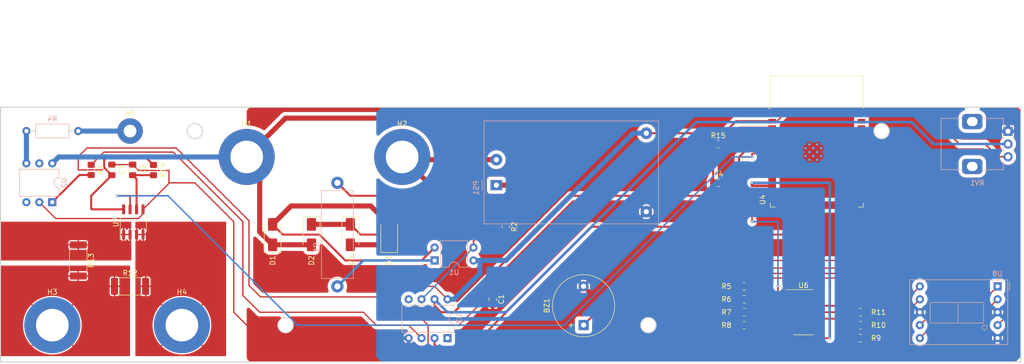
<source format=kicad_pcb>
(kicad_pcb (version 20240108) (generator "pcbnew") (generator_version "8.0")
  (layers (0 "F.Cu" signal) (31 "B.Cu" signal) (34 "B.Paste" user) (35 "F.Paste" user) (36 "B.SilkS" user "B.Silkscreen") (37 "F.SilkS" user "F.Silkscreen") (38 "B.Mask" user) (39 "F.Mask" user) (44 "Edge.Cuts" user))
  (net 0 "")
  (net 1 "/BUZZER")
  (net 2 "GND")
  (net 3 "Net-(U7-FILTER)")
  (net 4 "Net-(D1-A)")
  (net 5 "Net-(D2-K)")
  (net 6 "/VAC_ADJUSTED")
  (net 7 "/CTRL")
  (net 8 "Net-(H4-Pad1)")
  (net 9 "Net-(R1-Pad2)")
  (net 10 "Net-(U3-PB1)")
  (net 11 "Net-(U3-XTAL2{slash}PB4)")
  (net 12 "Net-(R3-Pad2)")
  (net 13 "Net-(R4-Pad2)")
  (net 14 "Net-(U6-Q0)")
  (net 15 "Net-(U8-A)")
  (net 16 "Net-(U6-Q1)")
  (net 17 "Net-(U8-B)")
  (net 18 "Net-(U6-Q2)")
  (net 19 "Net-(U8-C)")
  (net 20 "Net-(U6-Q3)")
  (net 21 "Net-(U8-D)")
  (net 22 "Net-(U6-Q4)")
  (net 23 "Net-(U8-E)")
  (net 24 "Net-(U6-Q5)")
  (net 25 "Net-(U8-F)")
  (net 26 "Net-(U6-Q6)")
  (net 27 "Net-(U8-G)")
  (net 28 "Net-(R13-Pad2)")
  (net 29 "Net-(U4-EN)")
  (net 30 "/USER_INPUT")
  (net 34 "/INTERRUPT")
  (net 38 "/CSENSOR")
  (net 39 "/DISP_CLK")
  (net 40 "/DISP_D")
  (net 43 "+3V3")
  (net 44 "LINE")
  (net 45 "NEUT")
  (footprint "Resistor_SMD:R_0805_2012Metric_Pad1.20x1.40mm_HandSolder" (layer "F.Cu") (at 199.12 88.9 180)
    (property "Reference" "R7" (at 3.475 0 0) (layer "F.SilkS"))
    (property "Value" "220R" (hide yes))
    (pad "1" smd roundrect (at -1 0 180) (size 1.2 1.4) (layers "F.Cu" "F.Paste" "F.Mask") (roundrect_rratio 0.2083333333) (net 18 "Net-(U6-Q2)"))
    (pad "2" smd roundrect (at 1 0 180) (size 1.2 1.4) (layers "F.Cu" "F.Paste" "F.Mask") (roundrect_rratio 0.2083333333) (net 19 "Net-(U8-C)"))
  )
  (footprint "Capacitor_SMD:C_0805_2012Metric_Pad1.18x1.45mm_HandSolder" (layer "F.Cu") (at 149.83 86.36 -90)
    (property "Reference" "C1" (at 0 -1.68 90) (layer "F.SilkS"))
    (property "Value" "100n" (hide yes))
    (pad "1" smd roundrect (at -1.0375 0 270) (size 1.175 1.45) (layers "F.Cu" "F.Paste" "F.Mask") (roundrect_rratio 0.2127659574) (net 43 "+3V3"))
    (pad "2" smd roundrect (at 1.0375 0 270) (size 1.175 1.45) (layers "F.Cu" "F.Paste" "F.Mask") (roundrect_rratio 0.2127659574) (net 2 "GND"))
  )
  (footprint "Resistor_SMD:R_2512_6332Metric_Pad1.40x3.35mm_HandSolder" (layer "F.Cu") (at 68.58 78.74 90)
    (property "Reference" "R13" (at 0 2.54 90) (layer "F.SilkS"))
    (property "Value" "2m" (hide yes))
    (pad "1" smd roundrect (at -3.05 0 90) (size 1.4 3.35) (layers "F.Cu" "F.Paste" "F.Mask") (roundrect_rratio 0.1785707143) (net 6 "/VAC_ADJUSTED"))
    (pad "2" smd roundrect (at 3.05 0 90) (size 1.4 3.35) (layers "F.Cu" "F.Paste" "F.Mask") (roundrect_rratio 0.1785707143) (net 28 "Net-(R13-Pad2)"))
  )
  (footprint "Resistor_SMD:R_0805_2012Metric_Pad1.20x1.40mm_HandSolder" (layer "F.Cu") (at 83.32 60.9975 -90)
    (property "Reference" "R14" (at 0 -1.85 90) (layer "F.SilkS"))
    (property "Value" "1k" (hide yes))
    (pad "1" smd roundrect (at -1 0 270) (size 1.2 1.4) (layers "F.Cu" "F.Paste" "F.Mask") (roundrect_rratio 0.2083333333) (net 43 "+3V3"))
    (pad "2" smd roundrect (at 1 0 270) (size 1.2 1.4) (layers "F.Cu" "F.Paste" "F.Mask") (roundrect_rratio 0.2083333333) (net 3 "Net-(U7-FILTER)"))
  )
  (footprint "Capacitor_SMD:C_0805_2012Metric_Pad1.18x1.45mm_HandSolder" (layer "F.Cu") (at 79.24 60.96 90)
    (property "Reference" "C2" (at 0 2.04 90) (layer "F.SilkS"))
    (property "Value" "100n" (hide yes))
    (pad "1" smd roundrect (at -1.0375 0 90) (size 1.175 1.45) (layers "F.Cu" "F.Paste" "F.Mask") (roundrect_rratio 0.2127659574) (net 3 "Net-(U7-FILTER)"))
    (pad "2" smd roundrect (at 1.0375 0 90) (size 1.175 1.45) (layers "F.Cu" "F.Paste" "F.Mask") (roundrect_rratio 0.2127659574) (net 2 "GND"))
  )
  (footprint "Capacitor_SMD:C_0805_2012Metric_Pad1.18x1.45mm_HandSolder" (layer "F.Cu") (at 194.0775 63.5)
    (property "Reference" "C4" (at 0 -1.68 0) (layer "F.SilkS"))
    (property "Value" "100n" (hide yes))
    (pad "1" smd roundrect (at -1.0375 0) (size 1.175 1.45) (layers "F.Cu" "F.Paste" "F.Mask") (roundrect_rratio 0.2127659574) (net 43 "+3V3"))
    (pad "2" smd roundrect (at 1.0375 0) (size 1.175 1.45) (layers "F.Cu" "F.Paste" "F.Mask") (roundrect_rratio 0.2127659574) (net 2 "GND"))
  )
  (footprint "MountingHole:MountingHole_6.4mm_M6_DIN965_Pad" (layer "F.Cu") (at 132.08 58.42)
    (property "Reference" "H2" (at 0 -6.5 0) (layer "F.SilkS"))
    (property "Value" "N_IN" (hide yes))
    (pad "1" thru_hole circle (at 0 0) (size 11 11) (drill 6.4) (layers "*.Cu" "*.Mask") (net 45 "NEUT"))
  )
  (footprint "Resistor_SMD:R_0805_2012Metric_Pad1.20x1.40mm_HandSolder" (layer "F.Cu") (at 199.12 83.82 180)
    (property "Reference" "R5" (at 3.475 0 0) (layer "F.SilkS"))
    (property "Value" "220R" (hide yes))
    (pad "1" smd roundrect (at -1 0 180) (size 1.2 1.4) (layers "F.Cu" "F.Paste" "F.Mask") (roundrect_rratio 0.2083333333) (net 14 "Net-(U6-Q0)"))
    (pad "2" smd roundrect (at 1 0 180) (size 1.2 1.4) (layers "F.Cu" "F.Paste" "F.Mask") (roundrect_rratio 0.2083333333) (net 15 "Net-(U8-A)"))
  )
  (footprint "Resistor_SMD:R_0805_2012Metric_Pad1.20x1.40mm_HandSolder" (layer "F.Cu") (at 221.915 93.98)
    (property "Reference" "R9" (at 3.06381 0 0) (layer "F.SilkS"))
    (property "Value" "220R" (hide yes))
    (pad "1" smd roundrect (at -1 0) (size 1.2 1.4) (layers "F.Cu" "F.Paste" "F.Mask") (roundrect_rratio 0.2083333333) (net 22 "Net-(U6-Q4)"))
    (pad "2" smd roundrect (at 1 0) (size 1.2 1.4) (layers "F.Cu" "F.Paste" "F.Mask") (roundrect_rratio 0.2083333333) (net 23 "Net-(U8-E)"))
  )
  (footprint "Diode_SMD:D_SMA" (layer "F.Cu") (at 129.54 73.66 90)
    (property "Reference" "D3" (at -5.08 0 90) (layer "F.SilkS"))
    (property "Value" "1N4007" (hide yes))
    (pad "1" smd roundrect (at -2 0 90) (size 2.5 1.8) (layers "F.Cu" "F.Paste" "F.Mask") (roundrect_rratio 0.1388888889) (net 45 "NEUT"))
    (pad "2" smd roundrect (at 2 0 90) (size 2.5 1.8) (layers "F.Cu" "F.Paste" "F.Mask") (roundrect_rratio 0.1388888889) (net 4 "Net-(D1-A)"))
  )
  (footprint "Package_SO:SOIC-14_3.9x8.7mm_P1.27mm" (layer "F.Cu") (at 210.755 88.9)
    (property "Reference" "U6" (at 0 -5.28 0) (layer "F.SilkS"))
    (property "Value" "74HC164" (hide yes))
    (pad "1" smd roundrect (at -2.475 -3.81) (size 1.95 0.6) (layers "F.Cu" "F.Paste" "F.Mask") (net 40 "/DISP_D"))
    (pad "2" smd roundrect (at -2.475 -2.54) (size 1.95 0.6) (layers "F.Cu" "F.Paste" "F.Mask") (net 40 "/DISP_D"))
    (pad "3" smd roundrect (at -2.475 -1.27) (size 1.95 0.6) (layers "F.Cu" "F.Paste" "F.Mask") (net 14 "Net-(U6-Q0)"))
    (pad "4" smd roundrect (at -2.475 0) (size 1.95 0.6) (layers "F.Cu" "F.Paste" "F.Mask") (net 16 "Net-(U6-Q1)"))
    (pad "5" smd roundrect (at -2.475 1.27) (size 1.95 0.6) (layers "F.Cu" "F.Paste" "F.Mask") (net 18 "Net-(U6-Q2)"))
    (pad "6" smd roundrect (at -2.475 2.54) (size 1.95 0.6) (layers "F.Cu" "F.Paste" "F.Mask") (net 20 "Net-(U6-Q3)"))
    (pad "7" smd roundrect (at -2.475 3.81) (size 1.95 0.6) (layers "F.Cu" "F.Paste" "F.Mask") (net 2 "GND"))
    (pad "8" smd roundrect (at 2.475 3.81) (size 1.95 0.6) (layers "F.Cu" "F.Paste" "F.Mask") (net 39 "/DISP_CLK"))
    (pad "9" smd roundrect (at 2.475 2.54) (size 1.95 0.6) (layers "F.Cu" "F.Paste" "F.Mask") (net 43 "+3V3"))
    (pad "10" smd roundrect (at 2.475 1.27) (size 1.95 0.6) (layers "F.Cu" "F.Paste" "F.Mask") (net 22 "Net-(U6-Q4)"))
    (pad "11" smd roundrect (at 2.475 0) (size 1.95 0.6) (layers "F.Cu" "F.Paste" "F.Mask") (net 24 "Net-(U6-Q5)"))
    (pad "12" smd roundrect (at 2.475 -1.27) (size 1.95 0.6) (layers "F.Cu" "F.Paste" "F.Mask") (net 26 "Net-(U6-Q6)"))
    (pad "13" smd roundrect (at 2.475 -2.54) (size 1.95 0.6) (layers "F.Cu" "F.Paste" "F.Mask"))
    (pad "14" smd roundrect (at 2.475 -3.81) (size 1.95 0.6) (layers "F.Cu" "F.Paste" "F.Mask") (net 43 "+3V3"))
  )
  (footprint "RF_Module:ESP32-WROOM-32" (layer "F.Cu") (at 213.36 58.375)
    (property "Reference" "U4" (at -10.61 8.43 90) (layer "F.SilkS"))
    (property "Value" "ESP32-WROOM-32" (hide yes))
    (pad "1" smd rect (at -8.75 -8.25) (size 1.5 0.9) (layers "F.Cu" "F.Paste" "F.Mask") (net 2 "GND"))
    (pad "2" smd rect (at -8.75 -6.98) (size 1.5 0.9) (layers "F.Cu" "F.Paste" "F.Mask") (net 43 "+3V3"))
    (pad "3" smd rect (at -8.75 -5.71) (size 1.5 0.9) (layers "F.Cu" "F.Paste" "F.Mask") (net 29 "Net-(U4-EN)"))
    (pad "4" smd rect (at -8.75 -4.44) (size 1.5 0.9) (layers "F.Cu" "F.Paste" "F.Mask"))
    (pad "5" smd rect (at -8.75 -3.17) (size 1.5 0.9) (layers "F.Cu" "F.Paste" "F.Mask"))
    (pad "6" smd rect (at -8.75 -1.9) (size 1.5 0.9) (layers "F.Cu" "F.Paste" "F.Mask") (net 30 "/USER_INPUT"))
    (pad "7" smd rect (at -8.75 -0.63) (size 1.5 0.9) (layers "F.Cu" "F.Paste" "F.Mask") (net 38 "/CSENSOR"))
    (pad "8" smd rect (at -8.75 0.64) (size 1.5 0.9) (layers "F.Cu" "F.Paste" "F.Mask"))
    (pad "9" smd rect (at -8.75 1.91) (size 1.5 0.9) (layers "F.Cu" "F.Paste" "F.Mask"))
    (pad "10" smd rect (at -8.75 3.18) (size 1.5 0.9) (layers "F.Cu" "F.Paste" "F.Mask"))
    (pad "11" smd rect (at -8.75 4.45) (size 1.5 0.9) (layers "F.Cu" "F.Paste" "F.Mask"))
    (pad "12" smd rect (at -8.75 5.72) (size 1.5 0.9) (layers "F.Cu" "F.Paste" "F.Mask") (net 39 "/DISP_CLK"))
    (pad "13" smd rect (at -8.75 6.99) (size 1.5 0.9) (layers "F.Cu" "F.Paste" "F.Mask") (net 34 "/INTERRUPT"))
    (pad "14" smd rect (at -8.75 8.26) (size 1.5 0.9) (layers "F.Cu" "F.Paste" "F.Mask") (net 40 "/DISP_D"))
    (pad "15" smd rect (at -5.71 9.51 90) (size 1.5 0.9) (layers "F.Cu" "F.Paste" "F.Mask") (net 2 "GND"))
    (pad "16" smd rect (at -4.44 9.51 90) (size 1.5 0.9) (layers "F.Cu" "F.Paste" "F.Mask") (net 1 "/BUZZER"))
    (pad "17" smd rect (at -3.17 9.51 90) (size 1.5 0.9) (layers "F.Cu" "F.Paste" "F.Mask"))
    (pad "18" smd rect (at -1.9 9.51 90) (size 1.5 0.9) (layers "F.Cu" "F.Paste" "F.Mask"))
    (pad "19" smd rect (at -0.63 9.51 90) (size 1.5 0.9) (layers "F.Cu" "F.Paste" "F.Mask"))
    (pad "20" smd rect (at 0.64 9.51 90) (size 1.5 0.9) (layers "F.Cu" "F.Paste" "F.Mask"))
    (pad "21" smd rect (at 1.91 9.51 90) (size 1.5 0.9) (layers "F.Cu" "F.Paste" "F.Mask"))
    (pad "22" smd rect (at 3.18 9.51 90) (size 1.5 0.9) (layers "F.Cu" "F.Paste" "F.Mask"))
    (pad "23" smd rect (at 4.45 9.51 90) (size 1.5 0.9) (layers "F.Cu" "F.Paste" "F.Mask"))
    (pad "24" smd rect (at 5.72 9.51 90) (size 1.5 0.9) (layers "F.Cu" "F.Paste" "F.Mask"))
    (pad "25" smd rect (at 8.75 8.26) (size 1.5 0.9) (layers "F.Cu" "F.Paste" "F.Mask"))
    (pad "26" smd rect (at 8.75 6.99) (size 1.5 0.9) (layers "F.Cu" "F.Paste" "F.Mask"))
    (pad "27" smd rect (at 8.75 5.72) (size 1.5 0.9) (layers "F.Cu" "F.Paste" "F.Mask"))
    (pad "28" smd rect (at 8.75 4.45) (size 1.5 0.9) (layers "F.Cu" "F.Paste" "F.Mask"))
    (pad "29" smd rect (at 8.75 3.18) (size 1.5 0.9) (layers "F.Cu" "F.Paste" "F.Mask"))
    (pad "30" smd rect (at 8.75 1.91) (size 1.5 0.9) (layers "F.Cu" "F.Paste" "F.Mask"))
    (pad "31" smd rect (at 8.75 0.64) (size 1.5 0.9) (layers "F.Cu" "F.Paste" "F.Mask"))
    (pad "32" smd rect (at 8.75 -0.63) (size 1.5 0.9) (layers "F.Cu" "F.Paste" "F.Mask"))
    (pad "33" smd rect (at 8.75 -1.9) (size 1.5 0.9) (layers "F.Cu" "F.Paste" "F.Mask"))
    (pad "34" smd rect (at 8.75 -3.17) (size 1.5 0.9) (layers "F.Cu" "F.Paste" "F.Mask"))
    (pad "35" smd rect (at 8.75 -4.44) (size 1.5 0.9) (layers "F.Cu" "F.Paste" "F.Mask"))
    (pad "36" smd rect (at 8.75 -5.71) (size 1.5 0.9) (layers "F.Cu" "F.Paste" "F.Mask"))
    (pad "37" smd rect (at 8.75 -6.98) (size 1.5 0.9) (layers "F.Cu" "F.Paste" "F.Mask"))
    (pad "38" smd rect (at 8.75 -8.25) (size 1.5 0.9) (layers "F.Cu" "F.Paste" "F.Mask") (net 2 "GND"))
    (pad "39" smd rect (at -2.205 -2.435) (size 1.05 1.05) (layers "F.Cu" "F.Paste") (net 2 "GND"))
    (pad "39" thru_hole circle (at -2.205 -1.6725) (size 0.6 0.6) (drill 0.2) (property pad_prop_heatsink) (layers "*.Cu" "F.Mask") (net 2 "GND"))
    (pad "39" smd rect (at -2.205 -0.91) (size 1.05 1.05) (layers "F.Cu" "F.Paste") (net 2 "GND"))
    (pad "39" thru_hole circle (at -2.205 -0.1475) (size 0.6 0.6) (drill 0.2) (property pad_prop_heatsink) (layers "*.Cu" "F.Mask") (net 2 "GND"))
    (pad "39" smd rect (at -2.205 0.615) (size 1.05 1.05) (layers "F.Cu" "F.Paste") (net 2 "GND"))
    (pad "39" thru_hole circle (at -1.4425 -2.435) (size 0.6 0.6) (drill 0.2) (property pad_prop_heatsink) (layers "*.Cu" "F.Mask") (net 2 "GND"))
    (pad "39" thru_hole circle (at -1.4425 -0.91) (size 0.6 0.6) (drill 0.2) (property pad_prop_heatsink) (layers "*.Cu" "F.Mask") (net 2 "GND"))
    (pad "39" thru_hole circle (at -1.4425 0.615) (size 0.6 0.6) (drill 0.2) (property pad_prop_heatsink) (layers "*.Cu" "F.Mask") (net 2 "GND"))
    (pad "39" smd rect (at -0.68 -2.435) (size 1.05 1.05) (layers "F.Cu" "F.Paste") (net 2 "GND"))
    (pad "39" thru_hole circle (at -0.68 -1.6725) (size 0.6 0.6) (drill 0.2) (property pad_prop_heatsink) (layers "*.Cu" "F.Mask") (net 2 "GND"))
    (pad "39" smd rect (at -0.68 -0.91) (size 1.05 1.05) (layers "F.Cu" "F.Paste") (net 2 "GND"))
    (pad "39" smd rect (at -0.68 -0.91) (size 4.2 4.2) (layers "F.Cu" "F.Mask") (net 2 "GND"))
    (pad "39" thru_hole circle (at -0.68 -0.1475) (size 0.6 0.6) (drill 0.2) (property pad_prop_heatsink) (layers "*.Cu" "F.Mask") (net 2 "GND"))
    (pad "39" smd rect (at -0.68 0.615) (size 1.05 1.05) (layers "F.Cu" "F.Paste") (net 2 "GND"))
    (pad "39" thru_hole circle (at 0.0825 -2.435) (size 0.6 0.6) (drill 0.2) (property pad_prop_heatsink) (layers "*.Cu" "F.Mask") (net 2 "GND"))
    (pad "39" thru_hole circle (at 0.0825 -0.91) (size 0.6 0.6) (drill 0.2) (property pad_prop_heatsink) (layers "*.Cu" "F.Mask") (net 2 "GND"))
    (pad "39" thru_hole circle (at 0.0825 0.615) (size 0.6 0.6) (drill 0.2) (property pad_prop_heatsink) (layers "*.Cu" "F.Mask") (net 2 "GND"))
    (pad "39" smd rect (at 0.845 -2.435) (size 1.05 1.05) (layers "F.Cu" "F.Paste") (net 2 "GND"))
    (pad "39" thru_hole circle (at 0.845 -1.6725) (size 0.6 0.6) (drill 0.2) (property pad_prop_heatsink) (layers "*.Cu" "F.Mask") (net 2 "GND"))
    (pad "39" smd rect (at 0.845 -0.91) (size 1.05 1.05) (layers "F.Cu" "F.Paste") (net 2 "GND"))
    (pad "39" thru_hole circle (at 0.845 -0.1475) (size 0.6 0.6) (drill 0.2) (property pad_prop_heatsink) (layers "*.Cu" "F.Mask") (net 2 "GND"))
    (pad "39" smd rect (at 0.845 0.615) (size 1.05 1.05) (layers "F.Cu" "F.Paste") (net 2 "GND"))
    (zone (net 0) (net_name "") (layers "F.Cu" "In1.Cu" "B.Cu") (connect_pads (clearance 0)) (min_thickness 0.254)
      (keepout (tracks not_allowed) (vias not_allowed) (pads not_allowed) (copperpour not_allowed) (footprints not_allowed))
      (fill (thermal_gap 0.508) (thermal_bridge_width 0.508))
      (polygon (pts (xy 189.36 48.575) (xy 237.36 48.575) (xy 237.36 27.635) (xy 189.36 27.635)))
    )
  )
  (footprint "Resistor_SMD:R_0805_2012Metric_Pad1.20x1.40mm_HandSolder" (layer "F.Cu") (at 199.12 86.36 180)
    (property "Reference" "R6" (at 3.475 0 0) (layer "F.SilkS"))
    (property "Value" "220R" (hide yes))
    (pad "1" smd roundrect (at -1 0 180) (size 1.2 1.4) (layers "F.Cu" "F.Paste" "F.Mask") (roundrect_rratio 0.2083333333) (net 16 "Net-(U6-Q1)"))
    (pad "2" smd roundrect (at 1 0 180) (size 1.2 1.4) (layers "F.Cu" "F.Paste" "F.Mask") (roundrect_rratio 0.2083333333) (net 17 "Net-(U8-B)"))
  )
  (footprint "MountingHole:MountingHole_2.5mm_Pad" (layer "F.Cu") (at 78.74 53.34)
    (property "Reference" "H5" (at 0 -3.5 0) (layer "F.SilkS"))
    (property "Value" "CTRL_SIG" (hide yes))
    (pad "1" thru_hole circle (at 0 0) (size 5 5) (drill 2.5) (layers "*.Cu" "*.Mask") (net 7 "/CTRL"))
  )
  (footprint "Capacitor_SMD:C_0805_2012Metric_Pad1.18x1.45mm_HandSolder" (layer "F.Cu") (at 75.16 60.96 90)
    (property "Reference" "C3" (at 0 2.04 90) (layer "F.SilkS"))
    (property "Value" "100n" (hide yes))
    (pad "1" smd roundrect (at -1.0375 0 90) (size 1.175 1.45) (layers "F.Cu" "F.Paste" "F.Mask") (roundrect_rratio 0.2127659574) (net 43 "+3V3"))
    (pad "2" smd roundrect (at 1.0375 0 90) (size 1.175 1.45) (layers "F.Cu" "F.Paste" "F.Mask") (roundrect_rratio 0.2127659574) (net 2 "GND"))
  )
  (footprint "Diode_SMD:D_SMA" (layer "F.Cu") (at 114.3 73.66 -90)
    (property "Reference" "D2" (at 5.08 0 90) (layer "F.SilkS"))
    (property "Value" "1N4007" (hide yes))
    (pad "1" smd roundrect (at -2 0 270) (size 2.5 1.8) (layers "F.Cu" "F.Paste" "F.Mask") (roundrect_rratio 0.1388888889) (net 5 "Net-(D2-K)"))
    (pad "2" smd roundrect (at 2 0 270) (size 2.5 1.8) (layers "F.Cu" "F.Paste" "F.Mask") (roundrect_rratio 0.1388888889) (net 44 "LINE"))
  )
  (footprint "Diode_SMD:D_SMA" (layer "F.Cu") (at 121.92 73.66 -90)
    (property "Reference" "D4" (at 5.08 0 90) (layer "F.SilkS"))
    (property "Value" "1N4007" (hide yes))
    (pad "1" smd roundrect (at -2 0 270) (size 2.5 1.8) (layers "F.Cu" "F.Paste" "F.Mask") (roundrect_rratio 0.1388888889) (net 5 "Net-(D2-K)"))
    (pad "2" smd roundrect (at 2 0 270) (size 2.5 1.8) (layers "F.Cu" "F.Paste" "F.Mask") (roundrect_rratio 0.1388888889) (net 45 "NEUT"))
  )
  (footprint "Buzzer_Beeper:Buzzer_12x9.5RM7.6" (layer "F.Cu") (at 167.64 91.42 90)
    (property "Reference" "BZ1" (at 3.8 -7.2 90) (layer "F.SilkS"))
    (property "Value" "Buzzer" (hide yes))
    (fp_text user "+" (at -0.01 -2.54 90) (layer "F.SilkS"))
    (pad "1" thru_hole rect (at 0 0 90) (size 2 2) (drill 1) (layers "*.Cu" "*.Mask") (net 1 "/BUZZER"))
    (pad "2" thru_hole circle (at 7.6 0 90) (size 2 2) (drill 1) (layers "*.Cu" "*.Mask") (net 2 "GND"))
  )
  (footprint "Resistor_SMD:R_0805_2012Metric_Pad1.20x1.40mm_HandSolder" (layer "F.Cu") (at 194.04 55.88)
    (property "Reference" "R15" (at 0 -1.65 0) (layer "F.SilkS"))
    (property "Value" "10k" (hide yes))
    (pad "1" smd roundrect (at -1 0) (size 1.2 1.4) (layers "F.Cu" "F.Paste" "F.Mask") (roundrect_rratio 0.2083333333) (net 43 "+3V3"))
    (pad "2" smd roundrect (at 1 0) (size 1.2 1.4) (layers "F.Cu" "F.Paste" "F.Mask") (roundrect_rratio 0.2083333333) (net 29 "Net-(U4-EN)"))
  )
  (footprint "MountingHole:MountingHole_6.4mm_M6_DIN965_Pad" (layer "F.Cu") (at 88.9 91.44)
    (property "Reference" "H4" (at 0 -6.5 0) (layer "F.SilkS"))
    (property "Value" "L_OUT" (hide yes))
    (pad "1" thru_hole circle (at 0 0) (size 11 11) (drill 6.4) (layers "*.Cu" "*.Mask") (net 8 "Net-(H4-Pad1)"))
  )
  (footprint "Resistor_SMD:R_0805_2012Metric_Pad1.20x1.40mm_HandSolder" (layer "F.Cu") (at 221.915 91.44)
    (property "Reference" "R10" (at 3.54 0 0) (layer "F.SilkS"))
    (property "Value" "220R" (hide yes))
    (pad "1" smd roundrect (at -1 0) (size 1.2 1.4) (layers "F.Cu" "F.Paste" "F.Mask") (roundrect_rratio 0.2083333333) (net 24 "Net-(U6-Q5)"))
    (pad "2" smd roundrect (at 1 0) (size 1.2 1.4) (layers "F.Cu" "F.Paste" "F.Mask") (roundrect_rratio 0.2083333333) (net 25 "Net-(U8-F)"))
  )
  (footprint "Resistor_SMD:R_2512_6332Metric_Pad1.40x3.35mm_HandSolder" (layer "F.Cu") (at 78.74 83.82)
    (property "Reference" "R12" (at 0 -2.62 0) (layer "F.SilkS"))
    (property "Value" "3m" (hide yes))
    (pad "1" smd roundrect (at -3.05 0) (size 1.4 3.35) (layers "F.Cu" "F.Paste" "F.Mask") (roundrect_rratio 0.1785707143) (net 6 "/VAC_ADJUSTED"))
    (pad "2" smd roundrect (at 3.05 0) (size 1.4 3.35) (layers "F.Cu" "F.Paste" "F.Mask") (roundrect_rratio 0.1785707143) (net 8 "Net-(H4-Pad1)"))
  )
  (footprint "Resistor_SMD:R_0805_2012Metric_Pad1.20x1.40mm_HandSolder" (layer "F.Cu") (at 152.4 72.12 -90)
    (property "Reference" "R2" (at 0 -1.65 90) (layer "F.SilkS"))
    (property "Value" "10k" (hide yes))
    (pad "1" smd roundrect (at -1 0 270) (size 1.2 1.4) (layers "F.Cu" "F.Paste" "F.Mask") (roundrect_rratio 0.2083333333) (net 10 "Net-(U3-PB1)"))
    (pad "2" smd roundrect (at 1 0 270) (size 1.2 1.4) (layers "F.Cu" "F.Paste" "F.Mask") (roundrect_rratio 0.2083333333) (net 2 "GND"))
  )
  (footprint "MountingHole:MountingHole_6.4mm_M6_DIN965_Pad" (layer "F.Cu") (at 101.6 58.42)
    (property "Reference" "H1" (at 0 -6.5 0) (layer "F.SilkS"))
    (property "Value" "L_IN" (hide yes))
    (pad "1" thru_hole circle (at 0 0) (size 11 11) (drill 6.4) (layers "*.Cu" "*.Mask") (net 44 "LINE"))
  )
  (footprint "Diode_SMD:D_SMA" (layer "F.Cu") (at 106.68 73.66 90)
    (property "Reference" "D1" (at -5.08 0 90) (layer "F.SilkS"))
    (property "Value" "1N4007" (hide yes))
    (pad "1" smd roundrect (at -2 0 90) (size 2.5 1.8) (layers "F.Cu" "F.Paste" "F.Mask") (roundrect_rratio 0.1388888889) (net 44 "LINE"))
    (pad "2" smd roundrect (at 2 0 90) (size 2.5 1.8) (layers "F.Cu" "F.Paste" "F.Mask") (roundrect_rratio 0.1388888889) (net 4 "Net-(D1-A)"))
  )
  (footprint "Resistor_SMD:R_0805_2012Metric_Pad1.20x1.40mm_HandSolder" (layer "F.Cu") (at 71.12 60.96 -90)
    (property "Reference" "R3" (at 0 -1.85 90) (layer "F.SilkS"))
    (property "Value" "470R" (hide yes))
    (pad "1" smd roundrect (at -1 0 270) (size 1.2 1.4) (layers "F.Cu" "F.Paste" "F.Mask") (roundrect_rratio 0.2083333333) (net 11 "Net-(U3-XTAL2{slash}PB4)"))
    (pad "2" smd roundrect (at 1 0 270) (size 1.2 1.4) (layers "F.Cu" "F.Paste" "F.Mask") (roundrect_rratio 0.2083333333) (net 12 "Net-(R3-Pad2)"))
  )
  (footprint "Resistor_SMD:R_0805_2012Metric_Pad1.20x1.40mm_HandSolder" (layer "F.Cu") (at 221.915 88.9)
    (property "Reference" "R11" (at 3.54 0 0) (layer "F.SilkS"))
    (property "Value" "220R" (hide yes))
    (pad "1" smd roundrect (at -1 0) (size 1.2 1.4) (layers "F.Cu" "F.Paste" "F.Mask") (roundrect_rratio 0.2083333333) (net 26 "Net-(U6-Q6)"))
    (pad "2" smd roundrect (at 1 0) (size 1.2 1.4) (layers "F.Cu" "F.Paste" "F.Mask") (roundrect_rratio 0.2083333333) (net 27 "Net-(U8-G)"))
  )
  (footprint "MountingHole:MountingHole_6.4mm_M6_DIN965_Pad" (layer "F.Cu") (at 63.5 91.44)
    (property "Reference" "H3" (at 0 -6.5 0) (layer "F.SilkS"))
    (property "Value" "MONITOR" (hide yes))
    (pad "1" thru_hole circle (at 0 0) (size 11 11) (drill 6.4) (layers "*.Cu" "*.Mask") (net 6 "/VAC_ADJUSTED"))
  )
  (footprint "Resistor_SMD:R_0805_2012Metric_Pad1.20x1.40mm_HandSolder" (layer "F.Cu") (at 199.12 91.44 180)
    (property "Reference" "R8" (at 3.475 0 0) (layer "F.SilkS"))
    (property "Value" "220R" (hide yes))
    (pad "1" smd roundrect (at -1 0 180) (size 1.2 1.4) (layers "F.Cu" "F.Paste" "F.Mask") (roundrect_rratio 0.2083333333) (net 20 "Net-(U6-Q3)"))
    (pad "2" smd roundrect (at 1 0 180) (size 1.2 1.4) (layers "F.Cu" "F.Paste" "F.Mask") (roundrect_rratio 0.2083333333) (net 21 "Net-(U8-D)"))
  )
  (footprint "Package_SO:SOIC-8_3.9x4.9mm_P1.27mm" (layer "F.Cu") (at 79.375 71.185 90)
    (property "Reference" "U7" (at 0 -3.4 90) (layer "F.SilkS"))
    (property "Value" "ACS712xLCTR-30A" (hide yes))
    (pad "1" smd roundrect (at -2.475 -1.905 90) (size 1.95 0.6) (layers "F.Cu" "F.Paste" "F.Mask") (net 28 "Net-(R13-Pad2)"))
    (pad "2" smd roundrect (at -2.475 -0.635 90) (size 1.95 0.6) (layers "F.Cu" "F.Paste" "F.Mask") (net 28 "Net-(R13-Pad2)"))
    (pad "3" smd roundrect (at -2.475 0.635 90) (size 1.95 0.6) (layers "F.Cu" "F.Paste" "F.Mask") (net 8 "Net-(H4-Pad1)"))
    (pad "4" smd roundrect (at -2.475 1.905 90) (size 1.95 0.6) (layers "F.Cu" "F.Paste" "F.Mask") (net 8 "Net-(H4-Pad1)"))
    (pad "5" smd roundrect (at 2.475 1.905 90) (size 1.95 0.6) (layers "F.Cu" "F.Paste" "F.Mask") (net 2 "GND"))
    (pad "6" smd roundrect (at 2.475 0.635 90) (size 1.95 0.6) (layers "F.Cu" "F.Paste" "F.Mask") (net 3 "Net-(U7-FILTER)"))
    (pad "7" smd roundrect (at 2.475 -0.635 90) (size 1.95 0.6) (layers "F.Cu" "F.Paste" "F.Mask") (net 38 "/CSENSOR"))
    (pad "8" smd roundrect (at 2.475 -1.905 90) (size 1.95 0.6) (layers "F.Cu" "F.Paste" "F.Mask") (net 43 "+3V3"))
  )
  (footprint "Converter_ACDC:Converter_ACDC_HiLink_HLK-PMxx" (layer "B.Cu") (at 150.5375 63.96)
    (property "Reference" "PS1" (at -3.94 0.55 90) (layer "B.SilkS") (effects (justify mirror)))
    (property "Value" "HLK-PM03")
    (pad "1" thru_hole rect (at 0 0) (size 2.3 2) (drill 1) (layers "*.Cu" "*.Mask") (net 44 "LINE"))
    (pad "2" thru_hole circle (at 0 -5) (size 2.3 2.3) (drill 1) (layers "*.Cu" "*.Mask") (net 45 "NEUT"))
    (pad "3" thru_hole circle (at 29.4 5.2) (size 2.3 2.3) (drill 1) (layers "*.Cu" "*.Mask") (net 2 "GND"))
    (pad "4" thru_hole circle (at 29.4 -10.2) (size 2.3 2.3) (drill 1) (layers "*.Cu" "*.Mask") (net 43 "+3V3"))
  )
  (footprint "Display_7Segment:D1X8K" (layer "B.Cu") (at 248.7975 83.82 180)
    (property "Reference" "U8" (at 0.03 2.48 0) (layer "B.SilkS") (effects (justify mirror)))
    (property "Value" "D148K" (hide yes))
    (pad "1" thru_hole rect (at 0 0 270) (size 1.6 1.6) (drill 0.8) (layers "*.Cu" "*.Mask") (net 23 "Net-(U8-E)"))
    (pad "2" thru_hole circle (at 0 -2.54 270) (size 1.6 1.6) (drill 0.8) (layers "*.Cu" "*.Mask") (net 21 "Net-(U8-D)"))
    (pad "3" thru_hole circle (at 0 -5.08 270) (size 1.6 1.6) (drill 0.8) (layers "*.Cu" "*.Mask") (net 2 "GND"))
    (pad "4" thru_hole circle (at 0 -7.62 270) (size 1.6 1.6) (drill 0.8) (layers "*.Cu" "*.Mask") (net 19 "Net-(U8-C)"))
    (pad "5" thru_hole circle (at 0 -10.16 270) (size 1.6 1.6) (drill 0.8) (layers "*.Cu" "*.Mask") (net 2 "GND"))
    (pad "6" thru_hole circle (at 15.24 -10.16 270) (size 1.6 1.6) (drill 0.8) (layers "*.Cu" "*.Mask") (net 17 "Net-(U8-B)"))
    (pad "7" thru_hole circle (at 15.24 -7.62 270) (size 1.6 1.6) (drill 0.8) (layers "*.Cu" "*.Mask") (net 15 "Net-(U8-A)"))
    (pad "8" thru_hole circle (at 15.24 -5.08 270) (size 1.6 1.6) (drill 0.8) (layers "*.Cu" "*.Mask") (net 2 "GND"))
    (pad "9" thru_hole circle (at 15.24 -2.54 270) (size 1.6 1.6) (drill 0.8) (layers "*.Cu" "*.Mask") (net 25 "Net-(U8-F)"))
    (pad "10" thru_hole circle (at 15.24 0 270) (size 1.6 1.6) (drill 0.8) (layers "*.Cu" "*.Mask") (net 27 "Net-(U8-G)"))
  )
  (footprint "Package_DIP:DIP-8_W7.62mm" (layer "B.Cu") (at 140.96 93.98 90)
    (property "Reference" "U3" (at 3.81 2.33 90) (layer "B.SilkS") (effects (justify mirror)))
    (property "Value" "ATtiny85-20P" (hide yes))
    (pad "1" thru_hole rect (at 0 0 90) (size 1.6 1.6) (drill 0.8) (layers "*.Cu" "*.Mask"))
    (pad "2" thru_hole oval (at 0 -2.54 90) (size 1.6 1.6) (drill 0.8) (layers "*.Cu" "*.Mask") (net 34 "/INTERRUPT"))
    (pad "3" thru_hole oval (at 0 -5.08 90) (size 1.6 1.6) (drill 0.8) (layers "*.Cu" "*.Mask") (net 11 "Net-(U3-XTAL2{slash}PB4)"))
    (pad "4" thru_hole oval (at 0 -7.62 90) (size 1.6 1.6) (drill 0.8) (layers "*.Cu" "*.Mask") (net 2 "GND"))
    (pad "5" thru_hole oval (at 7.62 -7.62 90) (size 1.6 1.6) (drill 0.8) (layers "*.Cu" "*.Mask"))
    (pad "6" thru_hole oval (at 7.62 -5.08 90) (size 1.6 1.6) (drill 0.8) (layers "*.Cu" "*.Mask") (net 10 "Net-(U3-PB1)"))
    (pad "7" thru_hole oval (at 7.62 -2.54 90) (size 1.6 1.6) (drill 0.8) (layers "*.Cu" "*.Mask") (net 30 "/USER_INPUT"))
    (pad "8" thru_hole oval (at 7.62 0 90) (size 1.6 1.6) (drill 0.8) (layers "*.Cu" "*.Mask") (net 43 "+3V3"))
  )
  (footprint "Potentiometer_THT:Potentiometer_Alps_RK09K_Single_Vertical" (layer "B.Cu") (at 250.84 53.38 180)
    (property "Reference" "RV1" (at 6.05 -10.12 0) (layer "B.SilkS") (effects (justify mirror)))
    (property "Value" "5k" (hide yes))
    (pad "1" thru_hole rect (at 0 0 180) (size 1.8 1.8) (drill 1) (layers "*.Cu" "*.Mask") (net 2 "GND"))
    (pad "2" thru_hole circle (at 0 -2.5 180) (size 1.8 1.8) (drill 1) (layers "*.Cu" "*.Mask") (net 30 "/USER_INPUT"))
    (pad "3" thru_hole circle (at 0 -5 180) (size 1.8 1.8) (drill 1) (layers "*.Cu" "*.Mask") (net 43 "+3V3"))
    (pad "MP" thru_hole roundrect (at 7 -6.9 180) (size 4 3) (drill oval 2.1 1.8) (layers "*.Cu" "*.Mask"))
    (pad "MP" thru_hole roundrect (at 7 1.9 180) (size 4 3) (drill oval 2.1 1.8) (layers "*.Cu" "*.Mask"))
  )
  (footprint "Package_DIP:DIP-4_W7.62mm" (layer "B.Cu") (at 138.44 78.74)
    (property "Reference" "U1" (at 3.81 2.33 0) (layer "B.SilkS") (effects (justify mirror)))
    (property "Value" "PC817" (hide yes))
    (pad "1" thru_hole rect (at 0 0) (size 1.6 1.6) (drill 0.8) (layers "*.Cu" "*.Mask") (net 9 "Net-(R1-Pad2)"))
    (pad "2" thru_hole oval (at 0 -2.54) (size 1.6 1.6) (drill 0.8) (layers "*.Cu" "*.Mask") (net 4 "Net-(D1-A)"))
    (pad "3" thru_hole oval (at 7.62 -2.54) (size 1.6 1.6) (drill 0.8) (layers "*.Cu" "*.Mask") (net 10 "Net-(U3-PB1)"))
    (pad "4" thru_hole oval (at 7.62 0) (size 1.6 1.6) (drill 0.8) (layers "*.Cu" "*.Mask") (net 43 "+3V3"))
  )
  (footprint "Package_DIP:DIP-6_W7.62mm" (layer "B.Cu") (at 63.485 67.3 90)
    (property "Reference" "U2" (at 3.81 2.33 90) (layer "B.SilkS") (effects (justify mirror)))
    (property "Value" "MOC3020M" (hide yes))
    (pad "1" thru_hole rect (at 0 0 90) (size 1.6 1.6) (drill 0.8) (layers "*.Cu" "*.Mask") (net 12 "Net-(R3-Pad2)"))
    (pad "2" thru_hole oval (at 0 -2.54 90) (size 1.6 1.6) (drill 0.8) (layers "*.Cu" "*.Mask") (net 2 "GND"))
    (pad "3" thru_hole oval (at 0 -5.08 90) (size 1.6 1.6) (drill 0.8) (layers "*.Cu" "*.Mask"))
    (pad "4" thru_hole oval (at 7.62 -5.08 90) (size 1.6 1.6) (drill 0.8) (layers "*.Cu" "*.Mask") (net 13 "Net-(R4-Pad2)"))
    (pad "5" thru_hole oval (at 7.62 -2.54 90) (size 1.6 1.6) (drill 0.8) (layers "*.Cu" "*.Mask"))
    (pad "6" thru_hole oval (at 7.62 0 90) (size 1.6 1.6) (drill 0.8) (layers "*.Cu" "*.Mask") (net 44 "LINE"))
  )
  (footprint "Resistor_THT:R_Axial_DIN0617_L17.0mm_D6.0mm_P20.32mm_Horizontal" (layer "B.Cu") (at 119.38 63.5 -90)
    (property "Reference" "R1" (at 12.7 4.12 90) (layer "B.SilkS") (effects (justify mirror)))
    (property "Value" "47k" (hide yes))
    (pad "1" thru_hole circle (at 0 0 270) (size 2.4 2.4) (drill 1.2) (layers "*.Cu" "*.Mask") (net 5 "Net-(D2-K)"))
    (pad "2" thru_hole oval (at 20.32 0 270) (size 2.4 2.4) (drill 1.2) (layers "*.Cu" "*.Mask") (net 9 "Net-(R1-Pad2)"))
  )
  (footprint "Resistor_THT:R_Axial_DIN0207_L6.3mm_D2.5mm_P10.16mm_Horizontal" (layer "B.Cu") (at 68.58 53.34 180)
    (property "Reference" "R4" (at 5.08 2.37 0) (layer "B.SilkS") (effects (justify mirror)))
    (property "Value" "330R" (hide yes))
    (pad "1" thru_hole circle (at 0 0 180) (size 1.6 1.6) (drill 0.8) (layers "*.Cu" "*.Mask") (net 7 "/CTRL"))
    (pad "2" thru_hole oval (at 10.16 0 180) (size 1.6 1.6) (drill 0.8) (layers "*.Cu" "*.Mask") (net 13 "Net-(R4-Pad2)"))
  )
  (gr_circle (center 180.34 91.44) (end 181.84 91.44) (stroke (width 0.2)) (fill none) (layer "Edge.Cuts"))
  (gr_circle (center 226.06 53.34) (end 227.56 53.34) (stroke (width 0.2)) (fill none) (layer "Edge.Cuts"))
  (gr_rect (start 53.34 48.66) (end 253.34 98.66) (stroke (width 0.2)) (fill none) (layer "Edge.Cuts"))
  (gr_circle (center 91.44 53.34) (end 92.94 53.34) (stroke (width 0.2)) (fill none) (layer "Edge.Cuts"))
  (gr_circle (center 109.22 91.44) (end 110.72 91.44) (stroke (width 0.2)) (fill none) (layer "Edge.Cuts"))
  (segment (start 208.92 73.02) (end 208.92 67.885) (width 0.4) (layer "F.Cu") (net 1))
  (segment (start 185.4 73.66) (end 208.28 73.66) (width 0.4) (layer "F.Cu") (net 1))
  (segment (start 167.64 91.42) (end 185.4 73.66) (width 0.4) (layer "F.Cu") (net 1))
  (segment (start 208.28 73.66) (end 208.92 73.02) (width 0.4) (layer "F.Cu") (net 1))
  (segment (start 60.945 67.3) (end 64.155 70.51) (width 0.25) (layer "F.Cu") (net 2))
  (segment (start 86.36 63.5) (end 91.44 63.5) (width 0.25) (layer "F.Cu") (net 2))
  (segment (start 79.24 59.9225) (end 80.39 61.0725) (width 0.25) (layer "F.Cu") (net 2))
  (segment (start 91.44 63.5) (end 99.06 71.12) (width 0.25) (layer "F.Cu") (net 2))
  (segment (start 99.06 71.12) (end 99.06 88.9) (width 0.25) (layer "F.Cu") (net 2))
  (segment (start 80.360908 70.51) (end 81.28 69.590908) (width 0.25) (layer "F.Cu") (net 2))
  (segment (start 80.39 61.0725) (end 86.36 61.0725) (width 0.25) (layer "F.Cu") (net 2))
  (segment (start 81.28 69.590908) (end 81.28 68.71) (width 0.25) (layer "F.Cu") (net 2))
  (segment (start 99.06 88.9) (end 104.14 93.98) (width 0.25) (layer "F.Cu") (net 2))
  (segment (start 64.155 70.51) (end 80.360908 70.51) (width 0.25) (layer "F.Cu") (net 2))
  (segment (start 86.36 61.0725) (end 86.36 63.5) (width 0.25) (layer "F.Cu") (net 2))
  (segment (start 79.24 59.9225) (end 75.16 59.9225) (width 0.25) (layer "F.Cu") (net 2))
  (segment (start 86.36 63.5) (end 86.36 63.63) (width 0.25) (layer "F.Cu") (net 2))
  (segment (start 86.36 63.63) (end 81.28 68.71) (width 0.25) (layer "F.Cu") (net 2))
  (segment (start 104.14 93.98) (end 133.34 93.98) (width 0.25) (layer "F.Cu") (net 2))
  (segment (start 80.01 62.7675) (end 80.01 68.71) (width 0.4) (layer "F.Cu") (net 3))
  (segment (start 79.24 61.9975) (end 80.01 62.7675) (width 0.4) (layer "F.Cu") (net 3))
  (segment (start 79.24 61.9975) (end 83.32 61.9975) (width 0.4) (layer "F.Cu") (net 3))
  (segment (start 108.68 73.66) (end 106.68 71.66) (width 0.4) (layer "F.Cu") (net 4))
  (segment (start 115.858083 73.66) (end 108.68 73.66) (width 0.4) (layer "F.Cu") (net 4))
  (segment (start 110.3 68.04) (end 106.68 71.66) (width 1) (layer "F.Cu") (net 4))
  (segment (start 120.938083 78.74) (end 115.858083 73.66) (width 0.4) (layer "F.Cu") (net 4))
  (segment (start 129.54 71.66) (end 125.92 68.04) (width 1) (layer "F.Cu") (net 4))
  (segment (start 135.9 78.74) (end 120.938083 78.74) (width 0.4) (layer "F.Cu") (net 4))
  (segment (start 125.92 68.04) (end 110.3 68.04) (width 1) (layer "F.Cu") (net 4))
  (segment (start 138.44 76.2) (end 135.9 78.74) (width 0.4) (layer "F.Cu") (net 4))
  (segment (start 114.3 71.66) (end 121.92 71.66) (width 1) (layer "F.Cu") (net 5))
  (segment (start 129.54 66.04) (end 132.08 68.58) (width 0.4) (layer "F.Cu") (net 5))
  (segment (start 132.08 68.58) (end 132.08 73.66) (width 0.4) (layer "F.Cu") (net 5))
  (segment (start 119.38 63.5) (end 121.92 66.04) (width 0.4) (layer "F.Cu") (net 5))
  (segment (start 132.08 73.66) (end 123.92 73.66) (width 0.4) (layer "F.Cu") (net 5))
  (segment (start 121.92 66.04) (end 129.54 66.04) (width 0.4) (layer "F.Cu") (net 5))
  (segment (start 123.92 73.66) (end 121.92 71.66) (width 0.4) (layer "F.Cu") (net 5))
  (segment (start 78.74 53.34) (end 68.58 53.34) (width 1) (layer "B.Cu") (net 7))
  (segment (start 80.01 73.66) (end 81.28 73.66) (width 0.25) (layer "F.Cu") (net 8))
  (segment (start 119.38 83.82) (end 124.46 78.74) (width 0.5) (layer "B.Cu") (net 9))
  (segment (start 124.46 78.74) (end 138.44 78.74) (width 0.5) (layer "B.Cu") (net 9))
  (segment (start 146.06 76.2) (end 146.06 74.92) (width 0.3) (layer "F.Cu") (net 10))
  (segment (start 146.06 74.92) (end 149.86 71.12) (width 0.3) (layer "F.Cu") (net 10))
  (segment (start 149.86 71.12) (end 152.4 71.12) (width 0.3) (layer "F.Cu") (net 10))
  (segment (start 146.06 76.2) (end 135.9 86.36) (width 0.3) (layer "B.Cu") (net 10))
  (segment (start 135.9 86.36) (end 135.88 86.36) (width 0.3) (layer "B.Cu") (net 10))
  (segment (start 100.85 85.61) (end 104.14 88.9) (width 0.25) (layer "F.Cu") (net 11))
  (segment (start 74.115154 57.464846) (end 86.694846 57.464846) (width 0.25) (layer "F.Cu") (net 11))
  (segment (start 100.85 71.12) (end 100.85 85.61) (width 0.25) (layer "F.Cu") (net 11))
  (segment (start 73.615154 57.464846) (end 74.115154 57.464846) (width 0.25) (layer "F.Cu") (net 11))
  (segment (start 104.14 88.9) (end 124.46 88.9) (width 0.25) (layer "F.Cu") (net 11))
  (segment (start 87.194846 57.464846) (end 100.85 71.12) (width 0.25) (layer "F.Cu") (net 11))
  (segment (start 133.34 91.44) (end 135.88 93.98) (width 0.25) (layer "F.Cu") (net 11))
  (segment (start 71.12 59.96) (end 73.615154 57.464846) (width 0.25) (layer "F.Cu") (net 11))
  (segment (start 124.46 88.9) (end 127 91.44) (width 0.25) (layer "F.Cu") (net 11))
  (segment (start 127 91.44) (end 133.34 91.44) (width 0.25) (layer "F.Cu") (net 11))
  (segment (start 86.694846 57.464846) (end 87.194846 57.464846) (width 0.25) (layer "F.Cu") (net 11))
  (segment (start 68.825 61.96) (end 63.485 67.3) (width 0.4) (layer "F.Cu") (net 12))
  (segment (start 71.12 61.96) (end 68.825 61.96) (width 0.4) (layer "F.Cu") (net 12))
  (segment (start 58.42 53.34) (end 58.42 59.665) (width 1) (layer "B.Cu") (net 13))
  (segment (start 58.42 59.665) (end 58.405 59.68) (width 1) (layer "B.Cu") (net 13))
  (segment (start 200.12 83.82) (end 202.66 83.82) (width 0.35) (layer "F.Cu") (net 14))
  (segment (start 202.66 83.82) (end 206.47 87.63) (width 0.35) (layer "F.Cu") (net 14))
  (segment (start 206.47 87.63) (end 208.28 87.63) (width 0.35) (layer "F.Cu") (net 14))
  (segment (start 198.12 83.82) (end 199.76 82.18) (width 0.25) (layer "F.Cu") (net 15))
  (segment (start 199.76 82.18) (end 234.908604 82.18) (width 0.25) (layer "F.Cu") (net 15))
  (segment (start 235.77 89.2275) (end 233.5575 91.44) (width 0.25) (layer "F.Cu") (net 15))
  (segment (start 235.77 83.041396) (end 235.77 89.2275) (width 0.25) (layer "F.Cu") (net 15))
  (segment (start 234.908604 82.18) (end 235.77 83.041396) (width 0.25) (layer "F.Cu") (net 15))
  (segment (start 208.28 88.9) (end 205.2 88.9) (width 0.35) (layer "F.Cu") (net 16))
  (segment (start 205.2 88.9) (end 202.66 86.36) (width 0.35) (layer "F.Cu") (net 16))
  (segment (start 202.66 86.36) (end 200.66 86.36) (width 0.35) (layer "F.Cu") (net 16))
  (segment (start 198.12 86.36) (end 195.58 83.82) (width 0.25) (layer "F.Cu") (net 17))
  (segment (start 238.76 83.3375) (end 238.76 88.7775) (width 0.25) (layer "F.Cu") (net 17))
  (segment (start 195.58 81.28) (end 236.7025 81.28) (width 0.25) (layer "F.Cu") (net 17))
  (segment (start 195.58 83.82) (end 195.58 81.28) (width 0.25) (layer "F.Cu") (net 17))
  (segment (start 238.76 88.7775) (end 233.5575 93.98) (width 0.25) (layer "F.Cu") (net 17))
  (segment (start 236.7025 81.28) (end 238.76 83.3375) (width 0.25) (layer "F.Cu") (net 17))
  (segment (start 201.39 90.17) (end 200.12 88.9) (width 0.35) (layer "F.Cu") (net 18))
  (segment (start 208.28 90.17) (end 201.39 90.17) (width 0.35) (layer "F.Cu") (net 18))
  (segment (start 193.93 84.71) (end 193.93 80.24) (width 0.25) (layer "F.Cu") (net 19))
  (segment (start 251.01 89.2275) (end 248.7975 91.44) (width 0.25) (layer "F.Cu") (net 19))
  (segment (start 245.9675 80.24) (end 247.0075 81.28) (width 0.25) (layer "F.Cu") (net 19))
  (segment (start 193.93 80.24) (end 200.943504 80.24) (width 0.25) (layer "F.Cu") (net 19))
  (segment (start 251.01 82.3675) (end 251.01 89.2275) (width 0.25) (layer "F.Cu") (net 19))
  (segment (start 198.12 88.9) (end 193.93 84.71) (width 0.25) (layer "F.Cu") (net 19))
  (segment (start 249.9225 81.28) (end 251.01 82.3675) (width 0.25) (layer "F.Cu") (net 19))
  (segment (start 247.0075 81.28) (end 249.9225 81.28) (width 0.25) (layer "F.Cu") (net 19))
  (segment (start 200.943504 80.24) (end 245.9675 80.24) (width 0.25) (layer "F.Cu") (net 19))
  (segment (start 200.12 91.44) (end 208.28 91.44) (width 0.35) (layer "F.Cu") (net 20))
  (segment (start 193.04 78.74) (end 248.92 78.74) (width 0.25) (layer "F.Cu") (net 21))
  (segment (start 250.654246 96.52) (end 246.38 96.52) (width 0.25) (layer "F.Cu") (net 21))
  (segment (start 246.38 88.7775) (end 248.7975 86.36) (width 0.25) (layer "F.Cu") (net 21))
  (segment (start 193.04 91.44) (end 190.5 88.9) (width 0.25) (layer "F.Cu") (net 21))
  (segment (start 248.92 78.74) (end 252.46 82.28) (width 0.25) (layer "F.Cu") (net 21))
  (segment (start 246.38 96.52) (end 246.38 88.7775) (width 0.25) (layer "F.Cu") (net 21))
  (segment (start 190.5 81.28) (end 193.04 78.74) (width 0.25) (layer "F.Cu") (net 21))
  (segment (start 198.12 91.44) (end 193.04 91.44) (width 0.25) (layer "F.Cu") (net 21))
  (segment (start 252.46 94.714246) (end 250.654246 96.52) (width 0.25) (layer "F.Cu") (net 21))
  (segment (start 252.46 82.28) (end 252.46 94.714246) (width 0.25) (layer "F.Cu") (net 21))
  (segment (start 190.5 88.9) (end 190.5 81.28) (width 0.25) (layer "F.Cu") (net 21))
  (segment (start 220.915 93.98) (end 217.105 90.17) (width 0.35) (layer "F.Cu") (net 22))
  (segment (start 217.105 90.17) (end 213.23 90.17) (width 0.35) (layer "F.Cu") (net 22))
  (segment (start 236.0975 96.52) (end 248.7975 83.82) (width 0.25) (layer "F.Cu") (net 23))
  (segment (start 222.915 93.98) (end 225.455 96.52) (width 0.25) (layer "F.Cu") (net 23))
  (segment (start 225.455 96.52) (end 236.0975 96.52) (width 0.25) (layer "F.Cu") (net 23))
  (segment (start 218.375 88.9) (end 220.915 91.44) (width 0.35) (layer "F.Cu") (net 24))
  (segment (start 213.23 88.9) (end 218.375 88.9) (width 0.35) (layer "F.Cu") (net 24))
  (segment (start 233.5575 86.36) (end 228.4775 91.44) (width 0.25) (layer "F.Cu") (net 25))
  (segment (start 228.4775 91.44) (end 222.915 91.44) (width 0.25) (layer "F.Cu") (net 25))
  (segment (start 219.645 87.63) (end 213.23 87.63) (width 0.35) (layer "F.Cu") (net 26))
  (segment (start 220.915 88.9) (end 219.645 87.63) (width 0.35) (layer "F.Cu") (net 26))
  (segment (start 222.915 88.9) (end 228.4775 88.9) (width 0.25) (layer "F.Cu") (net 27))
  (segment (start 228.4775 88.9) (end 233.5575 83.82) (width 0.25) (layer "F.Cu") (net 27))
  (segment (start 78.74 73.66) (end 77.47 73.66) (width 0.25) (layer "F.Cu") (net 28))
  (segment (start 198.255 52.665) (end 204.61 52.665) (width 0.4) (layer "F.Cu") (net 29))
  (segment (start 195.04 55.88) (end 198.255 52.665) (width 0.4) (layer "F.Cu") (net 29))
  (segment (start 200.065 56.475) (end 198.12 58.42) (width 0.4) (layer "F.Cu") (net 30))
  (segment (start 139.7 88.9) (end 138.42 87.62) (width 0.4) (layer "F.Cu") (net 30))
  (segment (start 142.24 88.9) (end 139.7 88.9) (width 0.4) (layer "F.Cu") (net 30))
  (segment (start 198.12 58.42) (end 198.12 66.04) (width 0.4) (layer "F.Cu") (net 30))
  (segment (start 204.61 56.475) (end 200.065 56.475) (width 0.4) (layer "F.Cu") (net 30))
  (segment (start 138.42 87.62) (end 138.42 86.36) (width 0.4) (layer "F.Cu") (net 30))
  (segment (start 165.1 66.04) (end 142.24 88.9) (width 0.4) (layer "F.Cu") (net 30))
  (segment (start 198.12 66.04) (end 165.1 66.04) (width 0.4) (layer "F.Cu") (net 30))
  (segment (start 250.84 55.88) (end 236.22 55.88) (width 0.5) (layer "B.Cu") (net 30))
  (segment (start 236.22 55.88) (end 231.921556 51.581556) (width 0.5) (layer "B.Cu") (net 30))
  (segment (start 140.96 88.9) (end 138.42 86.36) (width 0.5) (layer "B.Cu") (net 30))
  (segment (start 231.921556 51.581556) (end 189.718444 51.581556) (width 0.5) (layer "B.Cu") (net 30))
  (segment (start 189.718444 51.581556) (end 152.4 88.9) (width 0.5) (layer "B.Cu") (net 30))
  (segment (start 152.4 88.9) (end 140.96 88.9) (width 0.5) (layer "B.Cu") (net 30))
  (segment (start 204.61 65.365) (end 201.335 65.365) (width 0.4) (layer "F.Cu") (net 34))
  (segment (start 194.58 72.12) (end 170.283083 72.12) (width 0.4) (layer "F.Cu") (net 34))
  (segment (start 138.42 95.24) (end 138.42 93.98) (width 0.4) (layer "F.Cu") (net 34))
  (segment (start 201.335 65.365) (end 194.58 72.12) (width 0.4) (layer "F.Cu") (net 34))
  (segment (start 169.283083 72.12) (end 144.883083 96.52) (width 0.4) (layer "F.Cu") (net 34))
  (segment (start 144.883083 96.52) (end 139.7 96.52) (width 0.4) (layer "F.Cu") (net 34))
  (segment (start 139.7 96.52) (end 138.42 95.24) (width 0.4) (layer "F.Cu") (net 34))
  (segment (start 170.283083 72.12) (end 169.283083 72.12) (width 0.4) (layer "F.Cu") (net 34))
  (segment (start 200.66 57.745) (end 204.61 57.745) (width 0.3) (layer "F.Cu") (net 38))
  (segment (start 78.74 66.04) (end 76.2 66.04) (width 0.3) (layer "F.Cu") (net 38))
  (segment (start 78.74 68.71) (end 78.74 66.04) (width 0.3) (layer "F.Cu") (net 38))
  (segment (start 200.66 58.42) (end 200.66 57.745) (width 0.3) (layer "F.Cu") (net 38))
  (via (at 76.2 66.04) (size 0.5) (drill 0.3) (layers "F.Cu" "B.Cu") (net 38))
  (via (at 200.66 58.42) (size 0.5) (drill 0.3) (layers "F.Cu" "B.Cu") (net 38))
  (segment (start 163.83 91.44) (end 111.562906 91.44) (width 0.3) (layer "B.Cu") (net 38))
  (segment (start 111.562906 91.44) (end 86.162906 66.04) (width 0.3) (layer "B.Cu") (net 38))
  (segment (start 196.85 58.42) (end 163.83 91.44) (width 0.3) (layer "B.Cu") (net 38))
  (segment (start 200.66 58.42) (end 196.85 58.42) (width 0.3) (layer "B.Cu") (net 38))
  (segment (start 86.162906 66.04) (end 76.2 66.04) (width 0.3) (layer "B.Cu") (net 38))
  (segment (start 200.66 64.095) (end 200.66 63.5) (width 0.5) (layer "F.Cu") (net 39))
  (segment (start 204.61 64.095) (end 200.66 64.095) (width 0.5) (layer "F.Cu") (net 39))
  (segment (start 213.23 93.98) (end 215.9 93.98) (width 0.3) (layer "F.Cu") (net 39))
  (segment (start 213.23 92.71) (end 213.23 93.98) (width 0.3) (layer "F.Cu") (net 39))
  (via (at 200.66 63.5) (size 0.5) (drill 0.3) (layers "F.Cu" "B.Cu") (net 39))
  (via (at 215.9 93.98) (size 0.5) (drill 0.3) (layers "F.Cu" "B.Cu") (net 39))
  (segment (start 215.9 63.5) (end 215.9 93.98) (width 0.5) (layer "B.Cu") (net 39))
  (segment (start 200.66 63.5) (end 215.9 63.5) (width 0.5) (layer "B.Cu") (net 39))
  (segment (start 205.74 85.09) (end 205.74 83.82) (width 0.3) (layer "F.Cu") (net 40))
  (segment (start 208.28 86.36) (end 208.28 85.09) (width 0.3) (layer "F.Cu") (net 40))
  (segment (start 200.66 69.357818) (end 200.66 71.12) (width 0.3) (layer "F.Cu") (net 40))
  (segment (start 203.382818 66.635) (end 200.66 69.357818) (width 0.3) (layer "F.Cu") (net 40))
  (segment (start 208.28 85.09) (end 205.74 85.09) (width 0.3) (layer "F.Cu") (net 40))
  (segment (start 204.61 66.635) (end 203.382818 66.635) (width 0.3) (layer "F.Cu") (net 40))
  (via (at 200.66 71.12) (size 0.5) (drill 0.3) (layers "F.Cu" "B.Cu") (net 40))
  (via (at 205.74 83.82) (size 0.5) (drill 0.3) (layers "F.Cu" "B.Cu") (net 40))
  (segment (start 205.74 71.12) (end 200.66 71.12) (width 0.3) (layer "B.Cu") (net 40))
  (segment (start 205.74 83.82) (end 205.74 71.12) (width 0.3) (layer "B.Cu") (net 40))
  (segment (start 81.7425 58.42) (end 83.32 59.9975) (width 0.4) (layer "F.Cu") (net 43))
  (segment (start 210.82 86.36) (end 212.09 85.09) (width 0.4) (layer "F.Cu") (net 43))
  (segment (start 213.23 91.44) (end 211.906974 91.44) (width 0.4) (layer "F.Cu") (net 43))
  (segment (start 68.58 58.37995) (end 68.58 60.96) (width 0.25) (layer "F.Cu") (net 43))
  (segment (start 70.79495 56.665) (end 70.29495 56.665) (width 0.25) (layer "F.Cu") (net 43))
  (segment (start 213.23 91.44) (end 212.255001 91.44) (width 0.4) (layer "F.Cu") (net 43))
  (segment (start 250.84 58.38) (end 248.88 58.38) (width 0.3) (layer "F.Cu") (net 43))
  (segment (start 75.16 61.9975) (end 73.66 60.4975) (width 0.4) (layer "F.Cu") (net 43))
  (segment (start 211.906974 91.44) (end 205.626974 97.72) (width 0.4) (layer "F.Cu") (net 43))
  (segment (start 234.545 49.125) (end 207.81 49.125) (width 0.3) (layer "F.Cu") (net 43))
  (segment (start 149.31495 85.3225) (end 149.83 85.3225) (width 0.25) (layer "F.Cu") (net 43))
  (segment (start 138.42 83.82) (end 129.54 83.82) (width 0.25) (layer "F.Cu") (net 43))
  (segment (start 207.81 49.125) (end 205.54 51.395) (width 0.3) (layer "F.Cu") (net 43))
  (segment (start 102.05 83.633604) (end 102.05 70.933604) (width 0.25) (layer "F.Cu") (net 43))
  (segment (start 212.09 85.09) (end 213.23 85.09) (width 0.4) (layer "F.Cu") (net 43))
  (segment (start 248.88 58.38) (end 246.38 55.88) (width 0.3) (layer "F.Cu") (net 43))
  (segment (start 74.285 58.42) (end 81.7425 58.42) (width 0.4) (layer "F.Cu") (net 43))
  (segment (start 73.66 59.045) (end 74.285 58.42) (width 0.4) (layer "F.Cu") (net 43))
  (segment (start 70.29495 56.665) (end 68.58 58.37995) (width 0.25) (layer "F.Cu") (net 43))
  (segment (start 204.61 51.395) (end 197.525 51.395) (width 0.4) (layer "F.Cu") (net 43))
  (segment (start 197.525 51.395) (end 193.04 55.88) (width 0.4) (layer "F.Cu") (net 43))
  (segment (start 71.25 68.71) (end 77.47 68.71) (width 0.4) (layer "F.Cu") (net 43))
  (segment (start 212.255001 91.44) (end 210.82 90.004999) (width 0.4) (layer "F.Cu") (net 43))
  (segment (start 210.82 90.004999) (end 210.82 86.36) (width 0.4) (layer "F.Cu") (net 43))
  (segment (start 137.16 91.438528) (end 137.16 97.12) (width 0.25) (layer "F.Cu") (net 43))
  (segment (start 241.3 55.88) (end 234.545 49.125) (width 0.3) (layer "F.Cu") (net 43))
  (segment (start 127.465991 85.894009) (end 104.310405 85.894009) (width 0.25) (layer "F.Cu") (net 43))
  (segment (start 128.784009 85.894009) (end 131.79 88.9) (width 0.25) (layer "F.Cu") (net 43))
  (segment (start 137.16 97.12) (end 137.76 97.72) (width 0.4) (layer "F.Cu") (net 43))
  (segment (start 71.12 66.0375) (end 71.12 68.58) (width 0.4) (layer "F.Cu") (net 43))
  (segment (start 129.54 83.82) (end 127.465991 85.894009) (width 0.25) (layer "F.Cu") (net 43))
  (segment (start 73.1975 60.96) (end 73.66 60.4975) (width 0.25) (layer "F.Cu") (net 43))
  (segment (start 87.781396 56.665) (end 87.281396 56.665) (width 0.25) (layer "F.Cu") (net 43))
  (segment (start 134.621472 88.9) (end 137.16 91.438528) (width 0.25) (layer "F.Cu") (net 43))
  (segment (start 87.281396 56.665) (end 70.79495 56.665) (width 0.25) (layer "F.Cu") (net 43))
  (segment (start 190.92 53.76) (end 193.04 55.88) (width 0.4) (layer "F.Cu") (net 43))
  (segment (start 140.96 86.36) (end 138.42 83.82) (width 0.25) (layer "F.Cu") (net 43))
  (segment (start 71.12 68.58) (end 71.25 68.71) (width 0.4) (layer "F.Cu") (net 43))
  (segment (start 143.198922 91.438528) (end 149.31495 85.3225) (width 0.25) (layer "F.Cu") (net 43))
  (segment (start 68.58 60.96) (end 73.1975 60.96) (width 0.25) (layer "F.Cu") (net 43))
  (segment (start 75.16 61.9975) (end 71.12 66.0375) (width 0.4) (layer "F.Cu") (net 43))
  (segment (start 193.04 55.88) (end 193.04 63.5) (width 0.4) (layer "F.Cu") (net 43))
  (segment (start 246.38 55.88) (end 241.3 55.88) (width 0.3) (layer "F.Cu") (net 43))
  (segment (start 137.16 91.438528) (end 143.198922 91.438528) (width 0.25) (layer "F.Cu") (net 43))
  (segment (start 205.54 51.395) (end 204.61 51.395) (width 0.3) (layer "F.Cu") (net 43))
  (segment (start 137.76 97.72) (end 205.626974 97.72) (width 0.4) (layer "F.Cu") (net 43))
  (segment (start 73.66 60.4975) (end 73.66 59.045) (width 0.4) (layer "F.Cu") (net 43))
  (segment (start 104.310405 85.894009) (end 102.05 83.633604) (width 0.25) (layer "F.Cu") (net 43))
  (segment (start 131.79 88.9) (end 134.621472 88.9) (width 0.25) (layer "F.Cu") (net 43))
  (segment (start 179.9375 53.76) (end 190.92 53.76) (width 0.4) (layer "F.Cu") (net 43))
  (segment (start 127.465991 85.894009) (end 128.784009 85.894009) (width 0.25) (layer "F.Cu") (net 43))
  (segment (start 102.05 70.933604) (end 87.781396 56.665) (width 0.25) (layer "F.Cu") (net 43))
  (segment (start 142.24 86.36) (end 140.96 86.36) (width 1) (layer "B.Cu") (net 43))
  (segment (start 147.32 81.28) (end 142.24 86.36) (width 1) (layer "B.Cu") (net 43))
  (segment (start 147.32 78.74) (end 146.06 78.74) (width 1) (layer "B.Cu") (net 43))
  (segment (start 179.9375 53.76) (end 177.38 53.76) (width 1) (layer "B.Cu") (net 43))
  (segment (start 177.38 53.76) (end 152.4 78.74) (width 1) (layer "B.Cu") (net 43))
  (segment (start 147.32 78.74) (end 147.32 81.28) (width 1) (layer "B.Cu") (net 43))
  (segment (start 152.4 78.74) (end 147.32 78.74) (width 1) (layer "B.Cu") (net 43))
  (segment (start 101.6 58.42) (end 104.14 60.96) (width 1) (layer "F.Cu") (net 44))
  (segment (start 106.68 75.66) (end 114.3 75.66) (width 1) (layer "F.Cu") (net 44))
  (segment (start 154.94 61.52875) (end 152.50875 63.96) (width 1) (layer "F.Cu") (net 44))
  (segment (start 152.50875 63.96) (end 150.5375 63.96) (width 1) (layer "F.Cu") (net 44))
  (segment (start 101.6 58.42) (end 109.22 50.8) (width 1) (layer "F.Cu") (net 44))
  (segment (start 149.86 50.8) (end 154.94 55.88) (width 1) (layer "F.Cu") (net 44))
  (segment (start 106.68 75.66) (end 104.14 73.12) (width 1) (layer "F.Cu") (net 44))
  (segment (start 104.14 60.96) (end 104.14 73.12) (width 1) (layer "F.Cu") (net 44))
  (segment (start 109.22 50.8) (end 149.86 50.8) (width 1) (layer "F.Cu") (net 44))
  (segment (start 154.94 55.88) (end 154.94 61.52875) (width 1) (layer "F.Cu") (net 44))
  (segment (start 101.6 58.42) (end 64.745 58.42) (width 1) (layer "B.Cu") (net 44))
  (segment (start 64.745 58.42) (end 63.485 59.68) (width 1) (layer "B.Cu") (net 44))
  (segment (start 135.16 75.66) (end 142.24 68.58) (width 1) (layer "F.Cu") (net 45))
  (segment (start 121.92 75.66) (end 129.54 75.66) (width 1) (layer "F.Cu") (net 45))
  (segment (start 132.62 58.96) (end 132.08 58.42) (width 1) (layer "F.Cu") (net 45))
  (segment (start 150.5375 58.96) (end 132.62 58.96) (width 1) (layer "F.Cu") (net 45))
  (segment (start 129.54 75.66) (end 135.16 75.66) (width 1) (layer "F.Cu") (net 45))
  (segment (start 142.24 68.58) (end 132.08 58.42) (width 1) (layer "F.Cu") (net 45))
  (zone (net 8) (net_name "Net-(H4-Pad1)") (layer "F.Cu") (priority 1) (connect_pads (clearance 0.25)) (min_thickness 0.25) (fill yes (thermal_gap 0.25) (thermal_bridge_width 0.25))
    (polygon (pts (xy 79.78 87.36) (xy 79.78 71.12) (xy 97.56 71.12) (xy 97.56 97.52) (xy 79.78 97.52)))
  )
  (zone (net 6) (net_name "/VAC_ADJUSTED") (layer "F.Cu") (connect_pads (clearance 0.25)) (min_thickness 0.25) (fill yes (thermal_gap 0.25) (thermal_bridge_width 0.25))
    (polygon (pts (xy 53.34 92.44) (xy 53.34 79.74) (xy 78.74 79.74) (xy 78.74 97.52) (xy 53.34 97.52)))
  )
  (zone (net 2) (net_name "GND") (layer "F.Cu") (priority 4) (connect_pads (clearance 0.7)) (min_thickness 0.7) (fill yes (thermal_gap 0.3) (thermal_bridge_width 0.7) (smoothing fillet) (radius 1))
    (polygon (pts (xy 254 48.26) (xy 254 99.06) (xy 101.6 99.06) (xy 101.6 48.26)))
  )
  (zone (net 28) (net_name "Net-(R13-Pad2)") (layer "F.Cu") (priority 2) (connect_pads (clearance 0.25)) (min_thickness 0.25) (fill yes (thermal_gap 0.25) (thermal_bridge_width 0.25))
    (polygon (pts (xy 68.75 71.12) (xy 78.99 71.12) (xy 78.99 78.74) (xy 53.34 78.74) (xy 53.34 71.12)))
  )
  (zone (net 2) (net_name "GND") (layer "B.Cu") (priority 3) (connect_pads (clearance 0.7)) (min_thickness 0.7) (fill yes (thermal_gap 0.3) (thermal_bridge_width 0.7) (smoothing chamfer) (radius 1))
    (polygon (pts (xy 254 48.26) (xy 254 99.06) (xy 127 99.06) (xy 127 48.26)))
  )
)
</source>
